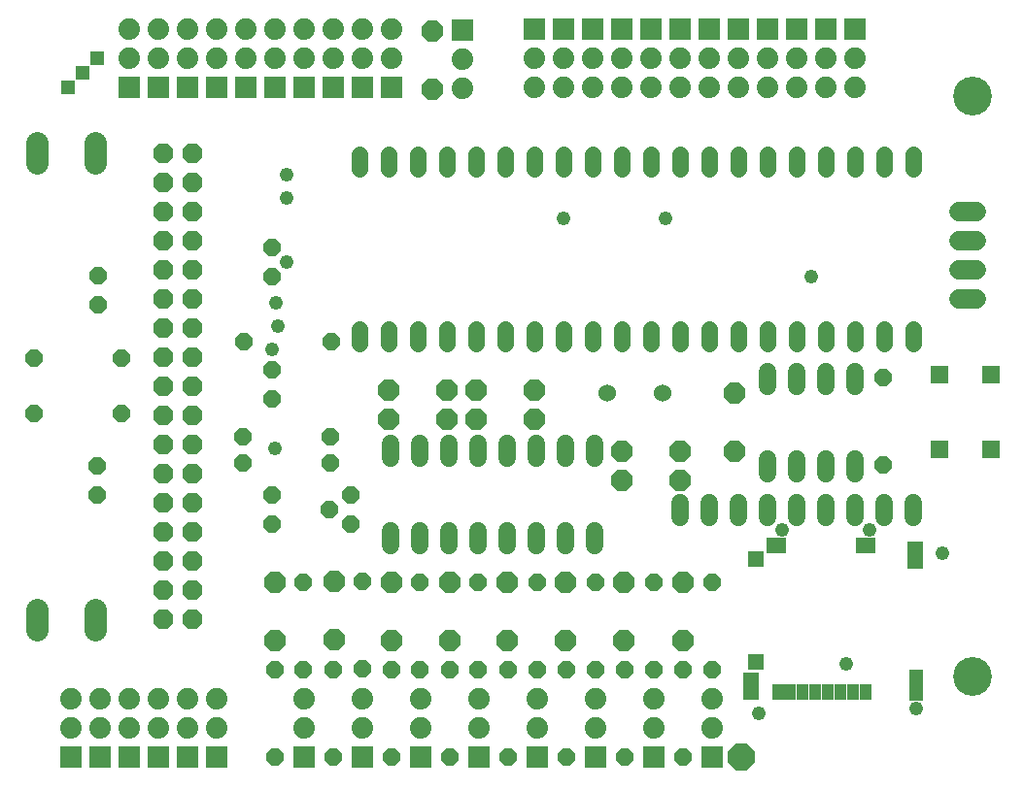
<source format=gts>
G75*
%MOIN*%
%OFA0B0*%
%FSLAX25Y25*%
%IPPOS*%
%LPD*%
%AMOC8*
5,1,8,0,0,1.08239X$1,22.5*
%
%ADD10R,0.07400X0.07400*%
%ADD11C,0.07400*%
%ADD12C,0.06000*%
%ADD13OC8,0.07100*%
%ADD14C,0.07800*%
%ADD15OC8,0.06000*%
%ADD16C,0.05800*%
%ADD17C,0.06000*%
%ADD18OC8,0.06800*%
%ADD19C,0.13300*%
%ADD20C,0.06737*%
%ADD21R,0.05950X0.05950*%
%ADD22R,0.03950X0.05682*%
%ADD23R,0.06706X0.05328*%
%ADD24R,0.04540X0.10643*%
%ADD25R,0.05328X0.09461*%
%ADD26R,0.05367X0.05721*%
%ADD27R,0.05367X0.05524*%
%ADD28OC8,0.09300*%
%ADD29C,0.04762*%
%ADD30R,0.04762X0.04762*%
D10*
X0053360Y0031920D03*
X0063360Y0031920D03*
X0073360Y0031920D03*
X0083360Y0031920D03*
X0093360Y0031920D03*
X0103360Y0031920D03*
X0133360Y0031920D03*
X0153360Y0031920D03*
X0173360Y0031920D03*
X0193360Y0031920D03*
X0213360Y0031920D03*
X0233360Y0031920D03*
X0253360Y0031920D03*
X0273360Y0031920D03*
X0163360Y0261920D03*
X0153360Y0261920D03*
X0143360Y0261920D03*
X0133360Y0261920D03*
X0123360Y0261920D03*
X0113360Y0261920D03*
X0103360Y0261920D03*
X0093360Y0261920D03*
X0083360Y0261920D03*
X0073360Y0261920D03*
X0187660Y0281720D03*
X0212360Y0281920D03*
X0222360Y0281920D03*
X0232360Y0281920D03*
X0242360Y0281920D03*
X0252360Y0281920D03*
X0262360Y0281920D03*
X0272360Y0281920D03*
X0282360Y0281920D03*
X0292360Y0281920D03*
X0302360Y0281920D03*
X0312360Y0281920D03*
X0322360Y0281920D03*
D11*
X0322360Y0271920D03*
X0312360Y0271920D03*
X0312360Y0261920D03*
X0322360Y0261920D03*
X0302360Y0261920D03*
X0292360Y0261920D03*
X0282360Y0261920D03*
X0272360Y0261920D03*
X0262360Y0261920D03*
X0252360Y0261920D03*
X0242360Y0261920D03*
X0232360Y0261920D03*
X0222360Y0261920D03*
X0212360Y0261920D03*
X0212360Y0271920D03*
X0222360Y0271920D03*
X0232360Y0271920D03*
X0242360Y0271920D03*
X0252360Y0271920D03*
X0262360Y0271920D03*
X0272360Y0271920D03*
X0282360Y0271920D03*
X0292360Y0271920D03*
X0302360Y0271920D03*
X0187660Y0271720D03*
X0187660Y0261720D03*
X0163360Y0271920D03*
X0153360Y0271920D03*
X0143360Y0271920D03*
X0133360Y0271920D03*
X0123360Y0271920D03*
X0113360Y0271920D03*
X0103360Y0271920D03*
X0093360Y0271920D03*
X0083360Y0271920D03*
X0073360Y0271920D03*
X0073360Y0281920D03*
X0083360Y0281920D03*
X0093360Y0281920D03*
X0103360Y0281920D03*
X0113360Y0281920D03*
X0123360Y0281920D03*
X0133360Y0281920D03*
X0143360Y0281920D03*
X0153360Y0281920D03*
X0163360Y0281920D03*
X0153360Y0051920D03*
X0153360Y0041920D03*
X0133360Y0041920D03*
X0133360Y0051920D03*
X0103360Y0051920D03*
X0093360Y0051920D03*
X0093360Y0041920D03*
X0103360Y0041920D03*
X0083360Y0041920D03*
X0073360Y0041920D03*
X0063360Y0041920D03*
X0053360Y0041920D03*
X0053360Y0051920D03*
X0063360Y0051920D03*
X0073360Y0051920D03*
X0083360Y0051920D03*
X0173360Y0051920D03*
X0173360Y0041920D03*
X0193360Y0041920D03*
X0193360Y0051920D03*
X0213360Y0051920D03*
X0213360Y0041920D03*
X0233360Y0041920D03*
X0233360Y0051920D03*
X0253360Y0051920D03*
X0253360Y0041920D03*
X0273360Y0041920D03*
X0273360Y0051920D03*
D12*
X0232860Y0104620D02*
X0232860Y0109820D01*
X0222860Y0109820D02*
X0222860Y0104620D01*
X0212860Y0104620D02*
X0212860Y0109820D01*
X0202860Y0109820D02*
X0202860Y0104620D01*
X0192860Y0104620D02*
X0192860Y0109820D01*
X0182860Y0109820D02*
X0182860Y0104620D01*
X0172860Y0104620D02*
X0172860Y0109820D01*
X0162860Y0109820D02*
X0162860Y0104620D01*
X0162860Y0134620D02*
X0162860Y0139820D01*
X0172860Y0139820D02*
X0172860Y0134620D01*
X0182860Y0134620D02*
X0182860Y0139820D01*
X0192860Y0139820D02*
X0192860Y0134620D01*
X0202860Y0134620D02*
X0202860Y0139820D01*
X0212860Y0139820D02*
X0212860Y0134620D01*
X0222860Y0134620D02*
X0222860Y0139820D01*
X0232860Y0139820D02*
X0232860Y0134620D01*
X0262360Y0119520D02*
X0262360Y0114320D01*
X0272360Y0114320D02*
X0272360Y0119520D01*
X0282360Y0119520D02*
X0282360Y0114320D01*
X0292360Y0114320D02*
X0292360Y0119520D01*
X0302360Y0119520D02*
X0302360Y0114320D01*
X0312360Y0114320D02*
X0312360Y0119520D01*
X0322360Y0119520D02*
X0322360Y0114320D01*
X0332360Y0114320D02*
X0332360Y0119520D01*
X0342360Y0119520D02*
X0342360Y0114320D01*
X0322360Y0129320D02*
X0322360Y0134520D01*
X0312360Y0134520D02*
X0312360Y0129320D01*
X0302360Y0129320D02*
X0302360Y0134520D01*
X0292360Y0134520D02*
X0292360Y0129320D01*
X0292360Y0159320D02*
X0292360Y0164520D01*
X0302360Y0164520D02*
X0302360Y0159320D01*
X0312360Y0159320D02*
X0312360Y0164520D01*
X0322360Y0164520D02*
X0322360Y0159320D01*
D13*
X0281060Y0157220D03*
X0281060Y0137220D03*
X0262360Y0136920D03*
X0262360Y0126920D03*
X0242360Y0126920D03*
X0242360Y0136920D03*
X0212360Y0147920D03*
X0212360Y0157920D03*
X0192360Y0157920D03*
X0192360Y0147920D03*
X0182360Y0147920D03*
X0182360Y0157920D03*
X0162360Y0157920D03*
X0162360Y0147920D03*
X0163160Y0091920D03*
X0143760Y0092320D03*
X0123360Y0091920D03*
X0123360Y0071920D03*
X0143760Y0072320D03*
X0163160Y0071920D03*
X0183360Y0071920D03*
X0202910Y0071920D03*
X0202910Y0091920D03*
X0183360Y0091920D03*
X0223060Y0091920D03*
X0243060Y0091920D03*
X0263360Y0091920D03*
X0263360Y0071920D03*
X0243060Y0071920D03*
X0223060Y0071920D03*
X0177360Y0261420D03*
X0177360Y0281420D03*
D14*
X0061560Y0243020D02*
X0061560Y0236020D01*
X0041560Y0236020D02*
X0041560Y0243020D01*
X0041560Y0082620D02*
X0041560Y0075620D01*
X0061560Y0075620D02*
X0061560Y0082620D01*
D15*
X0062360Y0121920D03*
X0062360Y0131920D03*
X0070560Y0150020D03*
X0070660Y0169020D03*
X0062560Y0187320D03*
X0062560Y0197320D03*
X0040660Y0169020D03*
X0040560Y0150020D03*
X0112360Y0141920D03*
X0112360Y0132920D03*
X0122360Y0121920D03*
X0122360Y0111920D03*
X0141860Y0116920D03*
X0149360Y0111920D03*
X0149360Y0121920D03*
X0142360Y0132920D03*
X0142360Y0141920D03*
X0122360Y0154920D03*
X0122360Y0164920D03*
X0112660Y0174620D03*
X0122360Y0196920D03*
X0122360Y0206920D03*
X0142660Y0174620D03*
X0153360Y0092420D03*
X0172860Y0091920D03*
X0192960Y0091920D03*
X0213260Y0091920D03*
X0233360Y0091920D03*
X0253360Y0091920D03*
X0273360Y0091920D03*
X0273360Y0061920D03*
X0263360Y0061920D03*
X0253360Y0061920D03*
X0243360Y0061920D03*
X0233360Y0061920D03*
X0223360Y0061920D03*
X0213260Y0061920D03*
X0203360Y0061920D03*
X0192960Y0061920D03*
X0183360Y0061920D03*
X0172860Y0061920D03*
X0163360Y0061920D03*
X0153360Y0062420D03*
X0143360Y0061920D03*
X0132860Y0061920D03*
X0123360Y0061920D03*
X0123360Y0031920D03*
X0143360Y0031920D03*
X0163360Y0031920D03*
X0183360Y0031920D03*
X0203360Y0031920D03*
X0223360Y0031920D03*
X0243360Y0031920D03*
X0263360Y0031920D03*
X0332060Y0132320D03*
X0332060Y0162320D03*
X0132860Y0091920D03*
D16*
X0152360Y0173920D02*
X0152360Y0178920D01*
X0162360Y0178920D02*
X0162360Y0173920D01*
X0172360Y0173920D02*
X0172360Y0178920D01*
X0182360Y0178920D02*
X0182360Y0173920D01*
X0192360Y0173920D02*
X0192360Y0178920D01*
X0202360Y0178920D02*
X0202360Y0173920D01*
X0212360Y0173920D02*
X0212360Y0178920D01*
X0222360Y0178920D02*
X0222360Y0173920D01*
X0232360Y0173920D02*
X0232360Y0178920D01*
X0242360Y0178920D02*
X0242360Y0173920D01*
X0252360Y0173920D02*
X0252360Y0178920D01*
X0262360Y0178920D02*
X0262360Y0173920D01*
X0272360Y0173920D02*
X0272360Y0178920D01*
X0282360Y0178920D02*
X0282360Y0173920D01*
X0292360Y0173920D02*
X0292360Y0178920D01*
X0302360Y0178920D02*
X0302360Y0173920D01*
X0312360Y0173920D02*
X0312360Y0178920D01*
X0322360Y0178920D02*
X0322360Y0173920D01*
X0332360Y0173920D02*
X0332360Y0178920D01*
X0342360Y0178920D02*
X0342360Y0173920D01*
X0342360Y0233920D02*
X0342360Y0238920D01*
X0332360Y0238920D02*
X0332360Y0233920D01*
X0322360Y0233920D02*
X0322360Y0238920D01*
X0312360Y0238920D02*
X0312360Y0233920D01*
X0302360Y0233920D02*
X0302360Y0238920D01*
X0292360Y0238920D02*
X0292360Y0233920D01*
X0282360Y0233920D02*
X0282360Y0238920D01*
X0272360Y0238920D02*
X0272360Y0233920D01*
X0262360Y0233920D02*
X0262360Y0238920D01*
X0252360Y0238920D02*
X0252360Y0233920D01*
X0242360Y0233920D02*
X0242360Y0238920D01*
X0232360Y0238920D02*
X0232360Y0233920D01*
X0222360Y0233920D02*
X0222360Y0238920D01*
X0212360Y0238920D02*
X0212360Y0233920D01*
X0202360Y0233920D02*
X0202360Y0238920D01*
X0192360Y0238920D02*
X0192360Y0233920D01*
X0182360Y0233920D02*
X0182360Y0238920D01*
X0172360Y0238920D02*
X0172360Y0233920D01*
X0162360Y0233920D02*
X0162360Y0238920D01*
X0152360Y0238920D02*
X0152360Y0233920D01*
D17*
X0237360Y0156920D03*
X0256360Y0156920D03*
D18*
X0094860Y0159420D03*
X0084860Y0159420D03*
X0084860Y0169420D03*
X0094860Y0169420D03*
X0094860Y0179420D03*
X0084860Y0179420D03*
X0084860Y0189420D03*
X0094860Y0189420D03*
X0094860Y0199420D03*
X0084860Y0199420D03*
X0084860Y0209420D03*
X0094860Y0209420D03*
X0094860Y0219420D03*
X0084860Y0219420D03*
X0084860Y0229420D03*
X0094860Y0229420D03*
X0094860Y0239420D03*
X0084860Y0239420D03*
X0084860Y0149420D03*
X0094860Y0149420D03*
X0094860Y0139420D03*
X0084860Y0139420D03*
X0084860Y0129420D03*
X0094860Y0129420D03*
X0094860Y0119420D03*
X0084860Y0119420D03*
X0084860Y0109420D03*
X0094860Y0109420D03*
X0094860Y0099420D03*
X0084860Y0099420D03*
X0084860Y0089420D03*
X0094860Y0089420D03*
X0094860Y0079420D03*
X0084860Y0079420D03*
D19*
X0362560Y0059720D03*
X0362560Y0259120D03*
D20*
X0364029Y0219420D02*
X0358091Y0219420D01*
X0358091Y0209420D02*
X0364029Y0209420D01*
X0364029Y0199420D02*
X0358091Y0199420D01*
X0358091Y0189420D02*
X0364029Y0189420D01*
D21*
X0368906Y0163415D03*
X0351189Y0163415D03*
X0351189Y0137825D03*
X0368906Y0137825D03*
D22*
X0326096Y0054361D03*
X0321766Y0054361D03*
X0317435Y0054361D03*
X0313104Y0054361D03*
X0308773Y0054361D03*
X0304443Y0054361D03*
X0300112Y0054361D03*
X0295781Y0054361D03*
D23*
X0295230Y0104597D03*
X0325860Y0104597D03*
D24*
X0343222Y0056841D03*
D25*
X0342789Y0101448D03*
X0286608Y0056251D03*
D26*
X0288143Y0064715D03*
D27*
X0288143Y0100070D03*
D28*
X0283360Y0031920D03*
D29*
X0289360Y0047170D03*
X0319360Y0063920D03*
X0343160Y0048770D03*
X0352360Y0101920D03*
X0327360Y0109920D03*
X0297360Y0109920D03*
X0307360Y0196920D03*
X0257360Y0216920D03*
X0222360Y0216920D03*
X0127360Y0223920D03*
X0127360Y0231920D03*
X0127360Y0201920D03*
X0123760Y0187920D03*
X0124360Y0180020D03*
X0122360Y0171920D03*
X0123360Y0137920D03*
D30*
X0052360Y0261920D03*
X0057360Y0266920D03*
X0062360Y0271920D03*
M02*

</source>
